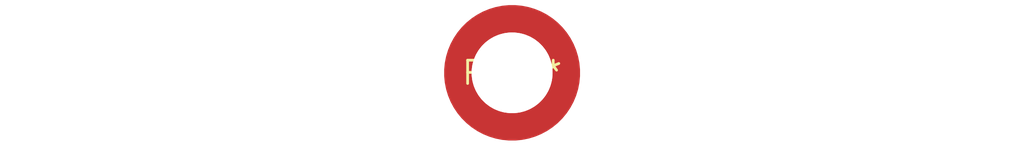
<source format=kicad_pcb>
(kicad_pcb (version 20240108) (generator pcbnew)
  (layers (0 "F.Cu" signal) (31 "B.Cu" signal) (34 "B.Paste" user) (35 "F.Paste" user) (36 "B.SilkS" user "B.Silkscreen") (37 "F.SilkS" user "F.Silkscreen") (38 "B.Mask" user) (39 "F.Mask" user) (44 "Edge.Cuts" user))
  (net 0 "")
  (footprint "Mounting_Wuerth_WA-SMST-3.3mm_H1.5mm_9774015960" (layer "F.Cu") (at 0 0)
    (property "Reference" "REF**")
    (property "Value" "Mounting_Wuerth_WA-SMST-3.3mm_H1.5mm_9774015960")
    (pad "" np_thru_hole circle (at 0 0) (size 4.4 4.4) (drill 4.4) (layers *.Cu *.Mask))
    (pad "1" smd circle (at -2.95 0) (size 1.1 1.1) (layers "F.Cu"))
    (pad "1" smd circle (at 0 -2.95) (size 1.1 1.1) (layers "F.Cu"))
    (pad "1" smd circle (at 0 2.95) (size 1.1 1.1) (layers "F.Cu"))
    (pad "1" smd custom (at 2.95 0) (size 1.1 1.1) (layers "F.Cu" "F.Mask") (options (clearance outline) (anchor circle)) (primitives (gr_circle (center -2.95 0) (end 0 0) (width 1.5) (fill no))))
  )
)
</source>
